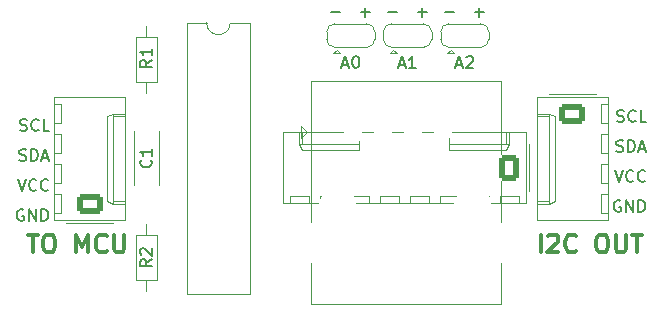
<source format=gto>
G04 #@! TF.GenerationSoftware,KiCad,Pcbnew,7.0.1*
G04 #@! TF.CreationDate,2023-07-05T13:46:03-05:00*
G04 #@! TF.ProjectId,MCP23008 Keypad Breakout,4d435032-3330-4303-9820-4b6579706164,rev?*
G04 #@! TF.SameCoordinates,Original*
G04 #@! TF.FileFunction,Legend,Top*
G04 #@! TF.FilePolarity,Positive*
%FSLAX46Y46*%
G04 Gerber Fmt 4.6, Leading zero omitted, Abs format (unit mm)*
G04 Created by KiCad (PCBNEW 7.0.1) date 2023-07-05 13:46:03*
%MOMM*%
%LPD*%
G01*
G04 APERTURE LIST*
G04 Aperture macros list*
%AMRoundRect*
0 Rectangle with rounded corners*
0 $1 Rounding radius*
0 $2 $3 $4 $5 $6 $7 $8 $9 X,Y pos of 4 corners*
0 Add a 4 corners polygon primitive as box body*
4,1,4,$2,$3,$4,$5,$6,$7,$8,$9,$2,$3,0*
0 Add four circle primitives for the rounded corners*
1,1,$1+$1,$2,$3*
1,1,$1+$1,$4,$5*
1,1,$1+$1,$6,$7*
1,1,$1+$1,$8,$9*
0 Add four rect primitives between the rounded corners*
20,1,$1+$1,$2,$3,$4,$5,0*
20,1,$1+$1,$4,$5,$6,$7,0*
20,1,$1+$1,$6,$7,$8,$9,0*
20,1,$1+$1,$8,$9,$2,$3,0*%
%AMFreePoly0*
4,1,19,0.550000,-0.750000,0.000000,-0.750000,0.000000,-0.744911,-0.071157,-0.744911,-0.207708,-0.704816,-0.327430,-0.627875,-0.420627,-0.520320,-0.479746,-0.390866,-0.500000,-0.250000,-0.500000,0.250000,-0.479746,0.390866,-0.420627,0.520320,-0.327430,0.627875,-0.207708,0.704816,-0.071157,0.744911,0.000000,0.744911,0.000000,0.750000,0.550000,0.750000,0.550000,-0.750000,0.550000,-0.750000,
$1*%
%AMFreePoly1*
4,1,19,0.000000,0.744911,0.071157,0.744911,0.207708,0.704816,0.327430,0.627875,0.420627,0.520320,0.479746,0.390866,0.500000,0.250000,0.500000,-0.250000,0.479746,-0.390866,0.420627,-0.520320,0.327430,-0.627875,0.207708,-0.704816,0.071157,-0.744911,0.000000,-0.744911,0.000000,-0.750000,-0.550000,-0.750000,-0.550000,0.750000,0.000000,0.750000,0.000000,0.744911,0.000000,0.744911,
$1*%
G04 Aperture macros list end*
%ADD10C,0.150000*%
%ADD11C,0.300000*%
%ADD12C,0.120000*%
%ADD13RoundRect,0.250000X-0.845000X0.620000X-0.845000X-0.620000X0.845000X-0.620000X0.845000X0.620000X0*%
%ADD14O,2.190000X1.740000*%
%ADD15C,3.200000*%
%ADD16RoundRect,0.250000X0.620000X0.845000X-0.620000X0.845000X-0.620000X-0.845000X0.620000X-0.845000X0*%
%ADD17O,1.740000X2.190000*%
%ADD18FreePoly0,0.000000*%
%ADD19R,1.000000X1.500000*%
%ADD20FreePoly1,0.000000*%
%ADD21C,1.400000*%
%ADD22O,1.400000X1.400000*%
%ADD23RoundRect,0.250000X0.845000X-0.620000X0.845000X0.620000X-0.845000X0.620000X-0.845000X-0.620000X0*%
%ADD24C,3.250000*%
%ADD25R,1.500000X1.500000*%
%ADD26C,1.500000*%
%ADD27C,3.000000*%
%ADD28R,1.600000X1.600000*%
%ADD29O,1.600000X1.600000*%
%ADD30C,1.600000*%
G04 APERTURE END LIST*
D10*
X174752285Y-122954238D02*
X174657047Y-122906619D01*
X174657047Y-122906619D02*
X174514190Y-122906619D01*
X174514190Y-122906619D02*
X174371333Y-122954238D01*
X174371333Y-122954238D02*
X174276095Y-123049476D01*
X174276095Y-123049476D02*
X174228476Y-123144714D01*
X174228476Y-123144714D02*
X174180857Y-123335190D01*
X174180857Y-123335190D02*
X174180857Y-123478047D01*
X174180857Y-123478047D02*
X174228476Y-123668523D01*
X174228476Y-123668523D02*
X174276095Y-123763761D01*
X174276095Y-123763761D02*
X174371333Y-123859000D01*
X174371333Y-123859000D02*
X174514190Y-123906619D01*
X174514190Y-123906619D02*
X174609428Y-123906619D01*
X174609428Y-123906619D02*
X174752285Y-123859000D01*
X174752285Y-123859000D02*
X174799904Y-123811380D01*
X174799904Y-123811380D02*
X174799904Y-123478047D01*
X174799904Y-123478047D02*
X174609428Y-123478047D01*
X175228476Y-123906619D02*
X175228476Y-122906619D01*
X175228476Y-122906619D02*
X175799904Y-123906619D01*
X175799904Y-123906619D02*
X175799904Y-122906619D01*
X176276095Y-123906619D02*
X176276095Y-122906619D01*
X176276095Y-122906619D02*
X176514190Y-122906619D01*
X176514190Y-122906619D02*
X176657047Y-122954238D01*
X176657047Y-122954238D02*
X176752285Y-123049476D01*
X176752285Y-123049476D02*
X176799904Y-123144714D01*
X176799904Y-123144714D02*
X176847523Y-123335190D01*
X176847523Y-123335190D02*
X176847523Y-123478047D01*
X176847523Y-123478047D02*
X176799904Y-123668523D01*
X176799904Y-123668523D02*
X176752285Y-123763761D01*
X176752285Y-123763761D02*
X176657047Y-123859000D01*
X176657047Y-123859000D02*
X176514190Y-123906619D01*
X176514190Y-123906619D02*
X176276095Y-123906619D01*
X159893048Y-107015666D02*
X160654953Y-107015666D01*
X152781048Y-107015666D02*
X153542953Y-107015666D01*
X153162000Y-107396619D02*
X153162000Y-106634714D01*
X124206285Y-123716238D02*
X124111047Y-123668619D01*
X124111047Y-123668619D02*
X123968190Y-123668619D01*
X123968190Y-123668619D02*
X123825333Y-123716238D01*
X123825333Y-123716238D02*
X123730095Y-123811476D01*
X123730095Y-123811476D02*
X123682476Y-123906714D01*
X123682476Y-123906714D02*
X123634857Y-124097190D01*
X123634857Y-124097190D02*
X123634857Y-124240047D01*
X123634857Y-124240047D02*
X123682476Y-124430523D01*
X123682476Y-124430523D02*
X123730095Y-124525761D01*
X123730095Y-124525761D02*
X123825333Y-124621000D01*
X123825333Y-124621000D02*
X123968190Y-124668619D01*
X123968190Y-124668619D02*
X124063428Y-124668619D01*
X124063428Y-124668619D02*
X124206285Y-124621000D01*
X124206285Y-124621000D02*
X124253904Y-124573380D01*
X124253904Y-124573380D02*
X124253904Y-124240047D01*
X124253904Y-124240047D02*
X124063428Y-124240047D01*
X124682476Y-124668619D02*
X124682476Y-123668619D01*
X124682476Y-123668619D02*
X125253904Y-124668619D01*
X125253904Y-124668619D02*
X125253904Y-123668619D01*
X125730095Y-124668619D02*
X125730095Y-123668619D01*
X125730095Y-123668619D02*
X125968190Y-123668619D01*
X125968190Y-123668619D02*
X126111047Y-123716238D01*
X126111047Y-123716238D02*
X126206285Y-123811476D01*
X126206285Y-123811476D02*
X126253904Y-123906714D01*
X126253904Y-123906714D02*
X126301523Y-124097190D01*
X126301523Y-124097190D02*
X126301523Y-124240047D01*
X126301523Y-124240047D02*
X126253904Y-124430523D01*
X126253904Y-124430523D02*
X126206285Y-124525761D01*
X126206285Y-124525761D02*
X126111047Y-124621000D01*
X126111047Y-124621000D02*
X125968190Y-124668619D01*
X125968190Y-124668619D02*
X125730095Y-124668619D01*
X174466571Y-116239000D02*
X174609428Y-116286619D01*
X174609428Y-116286619D02*
X174847523Y-116286619D01*
X174847523Y-116286619D02*
X174942761Y-116239000D01*
X174942761Y-116239000D02*
X174990380Y-116191380D01*
X174990380Y-116191380D02*
X175037999Y-116096142D01*
X175037999Y-116096142D02*
X175037999Y-116000904D01*
X175037999Y-116000904D02*
X174990380Y-115905666D01*
X174990380Y-115905666D02*
X174942761Y-115858047D01*
X174942761Y-115858047D02*
X174847523Y-115810428D01*
X174847523Y-115810428D02*
X174657047Y-115762809D01*
X174657047Y-115762809D02*
X174561809Y-115715190D01*
X174561809Y-115715190D02*
X174514190Y-115667571D01*
X174514190Y-115667571D02*
X174466571Y-115572333D01*
X174466571Y-115572333D02*
X174466571Y-115477095D01*
X174466571Y-115477095D02*
X174514190Y-115381857D01*
X174514190Y-115381857D02*
X174561809Y-115334238D01*
X174561809Y-115334238D02*
X174657047Y-115286619D01*
X174657047Y-115286619D02*
X174895142Y-115286619D01*
X174895142Y-115286619D02*
X175037999Y-115334238D01*
X176037999Y-116191380D02*
X175990380Y-116239000D01*
X175990380Y-116239000D02*
X175847523Y-116286619D01*
X175847523Y-116286619D02*
X175752285Y-116286619D01*
X175752285Y-116286619D02*
X175609428Y-116239000D01*
X175609428Y-116239000D02*
X175514190Y-116143761D01*
X175514190Y-116143761D02*
X175466571Y-116048523D01*
X175466571Y-116048523D02*
X175418952Y-115858047D01*
X175418952Y-115858047D02*
X175418952Y-115715190D01*
X175418952Y-115715190D02*
X175466571Y-115524714D01*
X175466571Y-115524714D02*
X175514190Y-115429476D01*
X175514190Y-115429476D02*
X175609428Y-115334238D01*
X175609428Y-115334238D02*
X175752285Y-115286619D01*
X175752285Y-115286619D02*
X175847523Y-115286619D01*
X175847523Y-115286619D02*
X175990380Y-115334238D01*
X175990380Y-115334238D02*
X176037999Y-115381857D01*
X176942761Y-116286619D02*
X176466571Y-116286619D01*
X176466571Y-116286619D02*
X176466571Y-115286619D01*
X123872952Y-119541000D02*
X124015809Y-119588619D01*
X124015809Y-119588619D02*
X124253904Y-119588619D01*
X124253904Y-119588619D02*
X124349142Y-119541000D01*
X124349142Y-119541000D02*
X124396761Y-119493380D01*
X124396761Y-119493380D02*
X124444380Y-119398142D01*
X124444380Y-119398142D02*
X124444380Y-119302904D01*
X124444380Y-119302904D02*
X124396761Y-119207666D01*
X124396761Y-119207666D02*
X124349142Y-119160047D01*
X124349142Y-119160047D02*
X124253904Y-119112428D01*
X124253904Y-119112428D02*
X124063428Y-119064809D01*
X124063428Y-119064809D02*
X123968190Y-119017190D01*
X123968190Y-119017190D02*
X123920571Y-118969571D01*
X123920571Y-118969571D02*
X123872952Y-118874333D01*
X123872952Y-118874333D02*
X123872952Y-118779095D01*
X123872952Y-118779095D02*
X123920571Y-118683857D01*
X123920571Y-118683857D02*
X123968190Y-118636238D01*
X123968190Y-118636238D02*
X124063428Y-118588619D01*
X124063428Y-118588619D02*
X124301523Y-118588619D01*
X124301523Y-118588619D02*
X124444380Y-118636238D01*
X124872952Y-119588619D02*
X124872952Y-118588619D01*
X124872952Y-118588619D02*
X125111047Y-118588619D01*
X125111047Y-118588619D02*
X125253904Y-118636238D01*
X125253904Y-118636238D02*
X125349142Y-118731476D01*
X125349142Y-118731476D02*
X125396761Y-118826714D01*
X125396761Y-118826714D02*
X125444380Y-119017190D01*
X125444380Y-119017190D02*
X125444380Y-119160047D01*
X125444380Y-119160047D02*
X125396761Y-119350523D01*
X125396761Y-119350523D02*
X125349142Y-119445761D01*
X125349142Y-119445761D02*
X125253904Y-119541000D01*
X125253904Y-119541000D02*
X125111047Y-119588619D01*
X125111047Y-119588619D02*
X124872952Y-119588619D01*
X125825333Y-119302904D02*
X126301523Y-119302904D01*
X125730095Y-119588619D02*
X126063428Y-118588619D01*
X126063428Y-118588619D02*
X126396761Y-119588619D01*
D11*
X124602857Y-125824428D02*
X125460000Y-125824428D01*
X125031428Y-127324428D02*
X125031428Y-125824428D01*
X126245714Y-125824428D02*
X126531428Y-125824428D01*
X126531428Y-125824428D02*
X126674285Y-125895857D01*
X126674285Y-125895857D02*
X126817142Y-126038714D01*
X126817142Y-126038714D02*
X126888571Y-126324428D01*
X126888571Y-126324428D02*
X126888571Y-126824428D01*
X126888571Y-126824428D02*
X126817142Y-127110142D01*
X126817142Y-127110142D02*
X126674285Y-127253000D01*
X126674285Y-127253000D02*
X126531428Y-127324428D01*
X126531428Y-127324428D02*
X126245714Y-127324428D01*
X126245714Y-127324428D02*
X126102857Y-127253000D01*
X126102857Y-127253000D02*
X125959999Y-127110142D01*
X125959999Y-127110142D02*
X125888571Y-126824428D01*
X125888571Y-126824428D02*
X125888571Y-126324428D01*
X125888571Y-126324428D02*
X125959999Y-126038714D01*
X125959999Y-126038714D02*
X126102857Y-125895857D01*
X126102857Y-125895857D02*
X126245714Y-125824428D01*
X128674285Y-127324428D02*
X128674285Y-125824428D01*
X128674285Y-125824428D02*
X129174285Y-126895857D01*
X129174285Y-126895857D02*
X129674285Y-125824428D01*
X129674285Y-125824428D02*
X129674285Y-127324428D01*
X131245714Y-127181571D02*
X131174286Y-127253000D01*
X131174286Y-127253000D02*
X130960000Y-127324428D01*
X130960000Y-127324428D02*
X130817143Y-127324428D01*
X130817143Y-127324428D02*
X130602857Y-127253000D01*
X130602857Y-127253000D02*
X130460000Y-127110142D01*
X130460000Y-127110142D02*
X130388571Y-126967285D01*
X130388571Y-126967285D02*
X130317143Y-126681571D01*
X130317143Y-126681571D02*
X130317143Y-126467285D01*
X130317143Y-126467285D02*
X130388571Y-126181571D01*
X130388571Y-126181571D02*
X130460000Y-126038714D01*
X130460000Y-126038714D02*
X130602857Y-125895857D01*
X130602857Y-125895857D02*
X130817143Y-125824428D01*
X130817143Y-125824428D02*
X130960000Y-125824428D01*
X130960000Y-125824428D02*
X131174286Y-125895857D01*
X131174286Y-125895857D02*
X131245714Y-125967285D01*
X131888571Y-125824428D02*
X131888571Y-127038714D01*
X131888571Y-127038714D02*
X131960000Y-127181571D01*
X131960000Y-127181571D02*
X132031429Y-127253000D01*
X132031429Y-127253000D02*
X132174286Y-127324428D01*
X132174286Y-127324428D02*
X132460000Y-127324428D01*
X132460000Y-127324428D02*
X132602857Y-127253000D01*
X132602857Y-127253000D02*
X132674286Y-127181571D01*
X132674286Y-127181571D02*
X132745714Y-127038714D01*
X132745714Y-127038714D02*
X132745714Y-125824428D01*
X167997142Y-127324428D02*
X167997142Y-125824428D01*
X168640000Y-125967285D02*
X168711428Y-125895857D01*
X168711428Y-125895857D02*
X168854286Y-125824428D01*
X168854286Y-125824428D02*
X169211428Y-125824428D01*
X169211428Y-125824428D02*
X169354286Y-125895857D01*
X169354286Y-125895857D02*
X169425714Y-125967285D01*
X169425714Y-125967285D02*
X169497143Y-126110142D01*
X169497143Y-126110142D02*
X169497143Y-126253000D01*
X169497143Y-126253000D02*
X169425714Y-126467285D01*
X169425714Y-126467285D02*
X168568571Y-127324428D01*
X168568571Y-127324428D02*
X169497143Y-127324428D01*
X170997142Y-127181571D02*
X170925714Y-127253000D01*
X170925714Y-127253000D02*
X170711428Y-127324428D01*
X170711428Y-127324428D02*
X170568571Y-127324428D01*
X170568571Y-127324428D02*
X170354285Y-127253000D01*
X170354285Y-127253000D02*
X170211428Y-127110142D01*
X170211428Y-127110142D02*
X170139999Y-126967285D01*
X170139999Y-126967285D02*
X170068571Y-126681571D01*
X170068571Y-126681571D02*
X170068571Y-126467285D01*
X170068571Y-126467285D02*
X170139999Y-126181571D01*
X170139999Y-126181571D02*
X170211428Y-126038714D01*
X170211428Y-126038714D02*
X170354285Y-125895857D01*
X170354285Y-125895857D02*
X170568571Y-125824428D01*
X170568571Y-125824428D02*
X170711428Y-125824428D01*
X170711428Y-125824428D02*
X170925714Y-125895857D01*
X170925714Y-125895857D02*
X170997142Y-125967285D01*
X173068571Y-125824428D02*
X173354285Y-125824428D01*
X173354285Y-125824428D02*
X173497142Y-125895857D01*
X173497142Y-125895857D02*
X173639999Y-126038714D01*
X173639999Y-126038714D02*
X173711428Y-126324428D01*
X173711428Y-126324428D02*
X173711428Y-126824428D01*
X173711428Y-126824428D02*
X173639999Y-127110142D01*
X173639999Y-127110142D02*
X173497142Y-127253000D01*
X173497142Y-127253000D02*
X173354285Y-127324428D01*
X173354285Y-127324428D02*
X173068571Y-127324428D01*
X173068571Y-127324428D02*
X172925714Y-127253000D01*
X172925714Y-127253000D02*
X172782856Y-127110142D01*
X172782856Y-127110142D02*
X172711428Y-126824428D01*
X172711428Y-126824428D02*
X172711428Y-126324428D01*
X172711428Y-126324428D02*
X172782856Y-126038714D01*
X172782856Y-126038714D02*
X172925714Y-125895857D01*
X172925714Y-125895857D02*
X173068571Y-125824428D01*
X174354285Y-125824428D02*
X174354285Y-127038714D01*
X174354285Y-127038714D02*
X174425714Y-127181571D01*
X174425714Y-127181571D02*
X174497143Y-127253000D01*
X174497143Y-127253000D02*
X174640000Y-127324428D01*
X174640000Y-127324428D02*
X174925714Y-127324428D01*
X174925714Y-127324428D02*
X175068571Y-127253000D01*
X175068571Y-127253000D02*
X175140000Y-127181571D01*
X175140000Y-127181571D02*
X175211428Y-127038714D01*
X175211428Y-127038714D02*
X175211428Y-125824428D01*
X175711429Y-125824428D02*
X176568572Y-125824428D01*
X176140000Y-127324428D02*
X176140000Y-125824428D01*
D10*
X123920571Y-117001000D02*
X124063428Y-117048619D01*
X124063428Y-117048619D02*
X124301523Y-117048619D01*
X124301523Y-117048619D02*
X124396761Y-117001000D01*
X124396761Y-117001000D02*
X124444380Y-116953380D01*
X124444380Y-116953380D02*
X124491999Y-116858142D01*
X124491999Y-116858142D02*
X124491999Y-116762904D01*
X124491999Y-116762904D02*
X124444380Y-116667666D01*
X124444380Y-116667666D02*
X124396761Y-116620047D01*
X124396761Y-116620047D02*
X124301523Y-116572428D01*
X124301523Y-116572428D02*
X124111047Y-116524809D01*
X124111047Y-116524809D02*
X124015809Y-116477190D01*
X124015809Y-116477190D02*
X123968190Y-116429571D01*
X123968190Y-116429571D02*
X123920571Y-116334333D01*
X123920571Y-116334333D02*
X123920571Y-116239095D01*
X123920571Y-116239095D02*
X123968190Y-116143857D01*
X123968190Y-116143857D02*
X124015809Y-116096238D01*
X124015809Y-116096238D02*
X124111047Y-116048619D01*
X124111047Y-116048619D02*
X124349142Y-116048619D01*
X124349142Y-116048619D02*
X124491999Y-116096238D01*
X125491999Y-116953380D02*
X125444380Y-117001000D01*
X125444380Y-117001000D02*
X125301523Y-117048619D01*
X125301523Y-117048619D02*
X125206285Y-117048619D01*
X125206285Y-117048619D02*
X125063428Y-117001000D01*
X125063428Y-117001000D02*
X124968190Y-116905761D01*
X124968190Y-116905761D02*
X124920571Y-116810523D01*
X124920571Y-116810523D02*
X124872952Y-116620047D01*
X124872952Y-116620047D02*
X124872952Y-116477190D01*
X124872952Y-116477190D02*
X124920571Y-116286714D01*
X124920571Y-116286714D02*
X124968190Y-116191476D01*
X124968190Y-116191476D02*
X125063428Y-116096238D01*
X125063428Y-116096238D02*
X125206285Y-116048619D01*
X125206285Y-116048619D02*
X125301523Y-116048619D01*
X125301523Y-116048619D02*
X125444380Y-116096238D01*
X125444380Y-116096238D02*
X125491999Y-116143857D01*
X126396761Y-117048619D02*
X125920571Y-117048619D01*
X125920571Y-117048619D02*
X125920571Y-116048619D01*
X157607048Y-107015666D02*
X158368953Y-107015666D01*
X157988000Y-107396619D02*
X157988000Y-106634714D01*
X155067048Y-107015666D02*
X155828953Y-107015666D01*
X123730095Y-121128619D02*
X124063428Y-122128619D01*
X124063428Y-122128619D02*
X124396761Y-121128619D01*
X125301523Y-122033380D02*
X125253904Y-122081000D01*
X125253904Y-122081000D02*
X125111047Y-122128619D01*
X125111047Y-122128619D02*
X125015809Y-122128619D01*
X125015809Y-122128619D02*
X124872952Y-122081000D01*
X124872952Y-122081000D02*
X124777714Y-121985761D01*
X124777714Y-121985761D02*
X124730095Y-121890523D01*
X124730095Y-121890523D02*
X124682476Y-121700047D01*
X124682476Y-121700047D02*
X124682476Y-121557190D01*
X124682476Y-121557190D02*
X124730095Y-121366714D01*
X124730095Y-121366714D02*
X124777714Y-121271476D01*
X124777714Y-121271476D02*
X124872952Y-121176238D01*
X124872952Y-121176238D02*
X125015809Y-121128619D01*
X125015809Y-121128619D02*
X125111047Y-121128619D01*
X125111047Y-121128619D02*
X125253904Y-121176238D01*
X125253904Y-121176238D02*
X125301523Y-121223857D01*
X126301523Y-122033380D02*
X126253904Y-122081000D01*
X126253904Y-122081000D02*
X126111047Y-122128619D01*
X126111047Y-122128619D02*
X126015809Y-122128619D01*
X126015809Y-122128619D02*
X125872952Y-122081000D01*
X125872952Y-122081000D02*
X125777714Y-121985761D01*
X125777714Y-121985761D02*
X125730095Y-121890523D01*
X125730095Y-121890523D02*
X125682476Y-121700047D01*
X125682476Y-121700047D02*
X125682476Y-121557190D01*
X125682476Y-121557190D02*
X125730095Y-121366714D01*
X125730095Y-121366714D02*
X125777714Y-121271476D01*
X125777714Y-121271476D02*
X125872952Y-121176238D01*
X125872952Y-121176238D02*
X126015809Y-121128619D01*
X126015809Y-121128619D02*
X126111047Y-121128619D01*
X126111047Y-121128619D02*
X126253904Y-121176238D01*
X126253904Y-121176238D02*
X126301523Y-121223857D01*
X174418952Y-118779000D02*
X174561809Y-118826619D01*
X174561809Y-118826619D02*
X174799904Y-118826619D01*
X174799904Y-118826619D02*
X174895142Y-118779000D01*
X174895142Y-118779000D02*
X174942761Y-118731380D01*
X174942761Y-118731380D02*
X174990380Y-118636142D01*
X174990380Y-118636142D02*
X174990380Y-118540904D01*
X174990380Y-118540904D02*
X174942761Y-118445666D01*
X174942761Y-118445666D02*
X174895142Y-118398047D01*
X174895142Y-118398047D02*
X174799904Y-118350428D01*
X174799904Y-118350428D02*
X174609428Y-118302809D01*
X174609428Y-118302809D02*
X174514190Y-118255190D01*
X174514190Y-118255190D02*
X174466571Y-118207571D01*
X174466571Y-118207571D02*
X174418952Y-118112333D01*
X174418952Y-118112333D02*
X174418952Y-118017095D01*
X174418952Y-118017095D02*
X174466571Y-117921857D01*
X174466571Y-117921857D02*
X174514190Y-117874238D01*
X174514190Y-117874238D02*
X174609428Y-117826619D01*
X174609428Y-117826619D02*
X174847523Y-117826619D01*
X174847523Y-117826619D02*
X174990380Y-117874238D01*
X175418952Y-118826619D02*
X175418952Y-117826619D01*
X175418952Y-117826619D02*
X175657047Y-117826619D01*
X175657047Y-117826619D02*
X175799904Y-117874238D01*
X175799904Y-117874238D02*
X175895142Y-117969476D01*
X175895142Y-117969476D02*
X175942761Y-118064714D01*
X175942761Y-118064714D02*
X175990380Y-118255190D01*
X175990380Y-118255190D02*
X175990380Y-118398047D01*
X175990380Y-118398047D02*
X175942761Y-118588523D01*
X175942761Y-118588523D02*
X175895142Y-118683761D01*
X175895142Y-118683761D02*
X175799904Y-118779000D01*
X175799904Y-118779000D02*
X175657047Y-118826619D01*
X175657047Y-118826619D02*
X175418952Y-118826619D01*
X176371333Y-118540904D02*
X176847523Y-118540904D01*
X176276095Y-118826619D02*
X176609428Y-117826619D01*
X176609428Y-117826619D02*
X176942761Y-118826619D01*
X174276095Y-120366619D02*
X174609428Y-121366619D01*
X174609428Y-121366619D02*
X174942761Y-120366619D01*
X175847523Y-121271380D02*
X175799904Y-121319000D01*
X175799904Y-121319000D02*
X175657047Y-121366619D01*
X175657047Y-121366619D02*
X175561809Y-121366619D01*
X175561809Y-121366619D02*
X175418952Y-121319000D01*
X175418952Y-121319000D02*
X175323714Y-121223761D01*
X175323714Y-121223761D02*
X175276095Y-121128523D01*
X175276095Y-121128523D02*
X175228476Y-120938047D01*
X175228476Y-120938047D02*
X175228476Y-120795190D01*
X175228476Y-120795190D02*
X175276095Y-120604714D01*
X175276095Y-120604714D02*
X175323714Y-120509476D01*
X175323714Y-120509476D02*
X175418952Y-120414238D01*
X175418952Y-120414238D02*
X175561809Y-120366619D01*
X175561809Y-120366619D02*
X175657047Y-120366619D01*
X175657047Y-120366619D02*
X175799904Y-120414238D01*
X175799904Y-120414238D02*
X175847523Y-120461857D01*
X176847523Y-121271380D02*
X176799904Y-121319000D01*
X176799904Y-121319000D02*
X176657047Y-121366619D01*
X176657047Y-121366619D02*
X176561809Y-121366619D01*
X176561809Y-121366619D02*
X176418952Y-121319000D01*
X176418952Y-121319000D02*
X176323714Y-121223761D01*
X176323714Y-121223761D02*
X176276095Y-121128523D01*
X176276095Y-121128523D02*
X176228476Y-120938047D01*
X176228476Y-120938047D02*
X176228476Y-120795190D01*
X176228476Y-120795190D02*
X176276095Y-120604714D01*
X176276095Y-120604714D02*
X176323714Y-120509476D01*
X176323714Y-120509476D02*
X176418952Y-120414238D01*
X176418952Y-120414238D02*
X176561809Y-120366619D01*
X176561809Y-120366619D02*
X176657047Y-120366619D01*
X176657047Y-120366619D02*
X176799904Y-120414238D01*
X176799904Y-120414238D02*
X176847523Y-120461857D01*
X150241048Y-107015666D02*
X151002953Y-107015666D01*
X162433048Y-107015666D02*
X163194953Y-107015666D01*
X162814000Y-107396619D02*
X162814000Y-106634714D01*
X160859714Y-111428904D02*
X161335904Y-111428904D01*
X160764476Y-111714619D02*
X161097809Y-110714619D01*
X161097809Y-110714619D02*
X161431142Y-111714619D01*
X161716857Y-110809857D02*
X161764476Y-110762238D01*
X161764476Y-110762238D02*
X161859714Y-110714619D01*
X161859714Y-110714619D02*
X162097809Y-110714619D01*
X162097809Y-110714619D02*
X162193047Y-110762238D01*
X162193047Y-110762238D02*
X162240666Y-110809857D01*
X162240666Y-110809857D02*
X162288285Y-110905095D01*
X162288285Y-110905095D02*
X162288285Y-111000333D01*
X162288285Y-111000333D02*
X162240666Y-111143190D01*
X162240666Y-111143190D02*
X161669238Y-111714619D01*
X161669238Y-111714619D02*
X162288285Y-111714619D01*
X135082619Y-127928666D02*
X134606428Y-128261999D01*
X135082619Y-128500094D02*
X134082619Y-128500094D01*
X134082619Y-128500094D02*
X134082619Y-128119142D01*
X134082619Y-128119142D02*
X134130238Y-128023904D01*
X134130238Y-128023904D02*
X134177857Y-127976285D01*
X134177857Y-127976285D02*
X134273095Y-127928666D01*
X134273095Y-127928666D02*
X134415952Y-127928666D01*
X134415952Y-127928666D02*
X134511190Y-127976285D01*
X134511190Y-127976285D02*
X134558809Y-128023904D01*
X134558809Y-128023904D02*
X134606428Y-128119142D01*
X134606428Y-128119142D02*
X134606428Y-128500094D01*
X134177857Y-127547713D02*
X134130238Y-127500094D01*
X134130238Y-127500094D02*
X134082619Y-127404856D01*
X134082619Y-127404856D02*
X134082619Y-127166761D01*
X134082619Y-127166761D02*
X134130238Y-127071523D01*
X134130238Y-127071523D02*
X134177857Y-127023904D01*
X134177857Y-127023904D02*
X134273095Y-126976285D01*
X134273095Y-126976285D02*
X134368333Y-126976285D01*
X134368333Y-126976285D02*
X134511190Y-127023904D01*
X134511190Y-127023904D02*
X135082619Y-127595332D01*
X135082619Y-127595332D02*
X135082619Y-126976285D01*
X151207714Y-111428904D02*
X151683904Y-111428904D01*
X151112476Y-111714619D02*
X151445809Y-110714619D01*
X151445809Y-110714619D02*
X151779142Y-111714619D01*
X152302952Y-110714619D02*
X152398190Y-110714619D01*
X152398190Y-110714619D02*
X152493428Y-110762238D01*
X152493428Y-110762238D02*
X152541047Y-110809857D01*
X152541047Y-110809857D02*
X152588666Y-110905095D01*
X152588666Y-110905095D02*
X152636285Y-111095571D01*
X152636285Y-111095571D02*
X152636285Y-111333666D01*
X152636285Y-111333666D02*
X152588666Y-111524142D01*
X152588666Y-111524142D02*
X152541047Y-111619380D01*
X152541047Y-111619380D02*
X152493428Y-111667000D01*
X152493428Y-111667000D02*
X152398190Y-111714619D01*
X152398190Y-111714619D02*
X152302952Y-111714619D01*
X152302952Y-111714619D02*
X152207714Y-111667000D01*
X152207714Y-111667000D02*
X152160095Y-111619380D01*
X152160095Y-111619380D02*
X152112476Y-111524142D01*
X152112476Y-111524142D02*
X152064857Y-111333666D01*
X152064857Y-111333666D02*
X152064857Y-111095571D01*
X152064857Y-111095571D02*
X152112476Y-110905095D01*
X152112476Y-110905095D02*
X152160095Y-110809857D01*
X152160095Y-110809857D02*
X152207714Y-110762238D01*
X152207714Y-110762238D02*
X152302952Y-110714619D01*
X135082619Y-111037666D02*
X134606428Y-111370999D01*
X135082619Y-111609094D02*
X134082619Y-111609094D01*
X134082619Y-111609094D02*
X134082619Y-111228142D01*
X134082619Y-111228142D02*
X134130238Y-111132904D01*
X134130238Y-111132904D02*
X134177857Y-111085285D01*
X134177857Y-111085285D02*
X134273095Y-111037666D01*
X134273095Y-111037666D02*
X134415952Y-111037666D01*
X134415952Y-111037666D02*
X134511190Y-111085285D01*
X134511190Y-111085285D02*
X134558809Y-111132904D01*
X134558809Y-111132904D02*
X134606428Y-111228142D01*
X134606428Y-111228142D02*
X134606428Y-111609094D01*
X135082619Y-110085285D02*
X135082619Y-110656713D01*
X135082619Y-110370999D02*
X134082619Y-110370999D01*
X134082619Y-110370999D02*
X134225476Y-110466237D01*
X134225476Y-110466237D02*
X134320714Y-110561475D01*
X134320714Y-110561475D02*
X134368333Y-110656713D01*
X156003714Y-111428904D02*
X156479904Y-111428904D01*
X155908476Y-111714619D02*
X156241809Y-110714619D01*
X156241809Y-110714619D02*
X156575142Y-111714619D01*
X157432285Y-111714619D02*
X156860857Y-111714619D01*
X157146571Y-111714619D02*
X157146571Y-110714619D01*
X157146571Y-110714619D02*
X157051333Y-110857476D01*
X157051333Y-110857476D02*
X156956095Y-110952714D01*
X156956095Y-110952714D02*
X156860857Y-111000333D01*
X134987380Y-119506666D02*
X135035000Y-119554285D01*
X135035000Y-119554285D02*
X135082619Y-119697142D01*
X135082619Y-119697142D02*
X135082619Y-119792380D01*
X135082619Y-119792380D02*
X135035000Y-119935237D01*
X135035000Y-119935237D02*
X134939761Y-120030475D01*
X134939761Y-120030475D02*
X134844523Y-120078094D01*
X134844523Y-120078094D02*
X134654047Y-120125713D01*
X134654047Y-120125713D02*
X134511190Y-120125713D01*
X134511190Y-120125713D02*
X134320714Y-120078094D01*
X134320714Y-120078094D02*
X134225476Y-120030475D01*
X134225476Y-120030475D02*
X134130238Y-119935237D01*
X134130238Y-119935237D02*
X134082619Y-119792380D01*
X134082619Y-119792380D02*
X134082619Y-119697142D01*
X134082619Y-119697142D02*
X134130238Y-119554285D01*
X134130238Y-119554285D02*
X134177857Y-119506666D01*
X135082619Y-118554285D02*
X135082619Y-119125713D01*
X135082619Y-118839999D02*
X134082619Y-118839999D01*
X134082619Y-118839999D02*
X134225476Y-118935237D01*
X134225476Y-118935237D02*
X134320714Y-119030475D01*
X134320714Y-119030475D02*
X134368333Y-119125713D01*
D12*
X172688000Y-113900000D02*
X168688000Y-113900000D01*
X173718000Y-114190000D02*
X167698000Y-114190000D01*
X167698000Y-114190000D02*
X167698000Y-124570000D01*
X173718000Y-114770000D02*
X173118000Y-114770000D01*
X173118000Y-114770000D02*
X173118000Y-116370000D01*
X168698000Y-115570000D02*
X169228000Y-115820000D01*
X168698000Y-115570000D02*
X168698000Y-123190000D01*
X167698000Y-115570000D02*
X168698000Y-115570000D01*
X169228000Y-115820000D02*
X169228000Y-122940000D01*
X167698000Y-115820000D02*
X168698000Y-115820000D01*
X173118000Y-116370000D02*
X173718000Y-116370000D01*
X173718000Y-117310000D02*
X173118000Y-117310000D01*
X173118000Y-117310000D02*
X173118000Y-118910000D01*
X173118000Y-118910000D02*
X173718000Y-118910000D01*
X173718000Y-119850000D02*
X173118000Y-119850000D01*
X173118000Y-119850000D02*
X173118000Y-121450000D01*
X173118000Y-121450000D02*
X173718000Y-121450000D01*
X173718000Y-122390000D02*
X173118000Y-122390000D01*
X173118000Y-122390000D02*
X173118000Y-123990000D01*
X169228000Y-122940000D02*
X168698000Y-123190000D01*
X167698000Y-122940000D02*
X168698000Y-122940000D01*
X168698000Y-123190000D02*
X167698000Y-123190000D01*
X173118000Y-123990000D02*
X173718000Y-123990000D01*
X173718000Y-124570000D02*
X173718000Y-114190000D01*
X167698000Y-124570000D02*
X173718000Y-124570000D01*
X167024000Y-122142000D02*
X167024000Y-118142000D01*
X166734000Y-123172000D02*
X166734000Y-117152000D01*
X166734000Y-117152000D02*
X146194000Y-117152000D01*
X166154000Y-123172000D02*
X166154000Y-122572000D01*
X166154000Y-122572000D02*
X164554000Y-122572000D01*
X165354000Y-118152000D02*
X165104000Y-118682000D01*
X165354000Y-118152000D02*
X160274000Y-118152000D01*
X165354000Y-117152000D02*
X165354000Y-118152000D01*
X165104000Y-118682000D02*
X160274000Y-118682000D01*
X165104000Y-117152000D02*
X165104000Y-118152000D01*
X164554000Y-122572000D02*
X164554000Y-123172000D01*
X163614000Y-123172000D02*
X163614000Y-122572000D01*
X163614000Y-122572000D02*
X162014000Y-122572000D01*
X162014000Y-122572000D02*
X162014000Y-123172000D01*
X161074000Y-123172000D02*
X161074000Y-122572000D01*
X161074000Y-122572000D02*
X159474000Y-122572000D01*
X160274000Y-118682000D02*
X160274000Y-118152000D01*
X160274000Y-118152000D02*
X160274000Y-117152000D01*
X159474000Y-122572000D02*
X159474000Y-123172000D01*
X158534000Y-123172000D02*
X158534000Y-122572000D01*
X158534000Y-122572000D02*
X156934000Y-122572000D01*
X156934000Y-122572000D02*
X156934000Y-123172000D01*
X155994000Y-123172000D02*
X155994000Y-122572000D01*
X155994000Y-122572000D02*
X154394000Y-122572000D01*
X154394000Y-122572000D02*
X154394000Y-123172000D01*
X153454000Y-123172000D02*
X153454000Y-122572000D01*
X153454000Y-122572000D02*
X151854000Y-122572000D01*
X152654000Y-118682000D02*
X152654000Y-118152000D01*
X152654000Y-118152000D02*
X152654000Y-117152000D01*
X151854000Y-122572000D02*
X151854000Y-123172000D01*
X150914000Y-123172000D02*
X150914000Y-122572000D01*
X150914000Y-122572000D02*
X149314000Y-122572000D01*
X149314000Y-122572000D02*
X149314000Y-123172000D01*
X148374000Y-123172000D02*
X148374000Y-122572000D01*
X148374000Y-122572000D02*
X146774000Y-122572000D01*
X147824000Y-118682000D02*
X152654000Y-118682000D01*
X147824000Y-117152000D02*
X147824000Y-118152000D01*
X147574000Y-118152000D02*
X152654000Y-118152000D01*
X147574000Y-118152000D02*
X147824000Y-118682000D01*
X147574000Y-117152000D02*
X147574000Y-118152000D01*
X146774000Y-122572000D02*
X146774000Y-123172000D01*
X146194000Y-123172000D02*
X166734000Y-123172000D01*
X146194000Y-117152000D02*
X146194000Y-123172000D01*
X159524000Y-109266000D02*
X159524000Y-108666000D01*
X160074000Y-110466000D02*
X160674000Y-110466000D01*
X160174000Y-107966000D02*
X162974000Y-107966000D01*
X160374000Y-110166000D02*
X160074000Y-110466000D01*
X160374000Y-110166000D02*
X160674000Y-110466000D01*
X162974000Y-109966000D02*
X160174000Y-109966000D01*
X163624000Y-108666000D02*
X163624000Y-109266000D01*
X160224000Y-107966000D02*
G75*
G03*
X159524000Y-108666000I-1J-699999D01*
G01*
X159524000Y-109266000D02*
G75*
G03*
X160224000Y-109966000I699999J-1D01*
G01*
X163624000Y-108666000D02*
G75*
G03*
X162924000Y-107966000I-700000J0D01*
G01*
X162924000Y-109966000D02*
G75*
G03*
X163624000Y-109266000I0J700000D01*
G01*
X134620000Y-130632000D02*
X134620000Y-129682000D01*
X133700000Y-129682000D02*
X135540000Y-129682000D01*
X135540000Y-129682000D02*
X135540000Y-125842000D01*
X133700000Y-125842000D02*
X133700000Y-129682000D01*
X135540000Y-125842000D02*
X133700000Y-125842000D01*
X134620000Y-124892000D02*
X134620000Y-125842000D01*
X149872000Y-109266000D02*
X149872000Y-108666000D01*
X150422000Y-110466000D02*
X151022000Y-110466000D01*
X150522000Y-107966000D02*
X153322000Y-107966000D01*
X150722000Y-110166000D02*
X150422000Y-110466000D01*
X150722000Y-110166000D02*
X151022000Y-110466000D01*
X153322000Y-109966000D02*
X150522000Y-109966000D01*
X153972000Y-108666000D02*
X153972000Y-109266000D01*
X150572000Y-107966000D02*
G75*
G03*
X149872000Y-108666000I-1J-699999D01*
G01*
X149872000Y-109266000D02*
G75*
G03*
X150572000Y-109966000I699999J-1D01*
G01*
X153972000Y-108666000D02*
G75*
G03*
X153272000Y-107966000I-700000J0D01*
G01*
X153272000Y-109966000D02*
G75*
G03*
X153972000Y-109266000I0J700000D01*
G01*
X127814000Y-124860000D02*
X131814000Y-124860000D01*
X126784000Y-124570000D02*
X132804000Y-124570000D01*
X132804000Y-124570000D02*
X132804000Y-114190000D01*
X126784000Y-123990000D02*
X127384000Y-123990000D01*
X127384000Y-123990000D02*
X127384000Y-122390000D01*
X131804000Y-123190000D02*
X131274000Y-122940000D01*
X131804000Y-123190000D02*
X131804000Y-115570000D01*
X132804000Y-123190000D02*
X131804000Y-123190000D01*
X131274000Y-122940000D02*
X131274000Y-115820000D01*
X132804000Y-122940000D02*
X131804000Y-122940000D01*
X127384000Y-122390000D02*
X126784000Y-122390000D01*
X126784000Y-121450000D02*
X127384000Y-121450000D01*
X127384000Y-121450000D02*
X127384000Y-119850000D01*
X127384000Y-119850000D02*
X126784000Y-119850000D01*
X126784000Y-118910000D02*
X127384000Y-118910000D01*
X127384000Y-118910000D02*
X127384000Y-117310000D01*
X127384000Y-117310000D02*
X126784000Y-117310000D01*
X126784000Y-116370000D02*
X127384000Y-116370000D01*
X127384000Y-116370000D02*
X127384000Y-114770000D01*
X131274000Y-115820000D02*
X131804000Y-115570000D01*
X132804000Y-115820000D02*
X131804000Y-115820000D01*
X131804000Y-115570000D02*
X132804000Y-115570000D01*
X127384000Y-114770000D02*
X126784000Y-114770000D01*
X126784000Y-114190000D02*
X126784000Y-124570000D01*
X132804000Y-114190000D02*
X126784000Y-114190000D01*
X147705000Y-116586000D02*
X147705000Y-117602000D01*
X147705000Y-117602000D02*
X148213000Y-117094000D01*
X148213000Y-117094000D02*
X147705000Y-116586000D01*
X148581000Y-112814000D02*
X148581000Y-124744000D01*
X148581000Y-128244000D02*
X148581000Y-131684000D01*
X164601000Y-112814000D02*
X148581000Y-112814000D01*
X164601000Y-112814000D02*
X164601000Y-124744000D01*
X164601000Y-128244000D02*
X164601000Y-131684000D01*
X164601000Y-131684000D02*
X148581000Y-131684000D01*
X134620000Y-113868000D02*
X134620000Y-112918000D01*
X133700000Y-112918000D02*
X135540000Y-112918000D01*
X135540000Y-112918000D02*
X135540000Y-109078000D01*
X133700000Y-109078000D02*
X133700000Y-112918000D01*
X135540000Y-109078000D02*
X133700000Y-109078000D01*
X134620000Y-108128000D02*
X134620000Y-109078000D01*
X154668000Y-109266000D02*
X154668000Y-108666000D01*
X155218000Y-110466000D02*
X155818000Y-110466000D01*
X155318000Y-107966000D02*
X158118000Y-107966000D01*
X155518000Y-110166000D02*
X155218000Y-110466000D01*
X155518000Y-110166000D02*
X155818000Y-110466000D01*
X158118000Y-109966000D02*
X155318000Y-109966000D01*
X158768000Y-108666000D02*
X158768000Y-109266000D01*
X155368000Y-107966000D02*
G75*
G03*
X154668000Y-108666000I-1J-699999D01*
G01*
X154668000Y-109266000D02*
G75*
G03*
X155368000Y-109966000I699999J-1D01*
G01*
X158768000Y-108666000D02*
G75*
G03*
X158068000Y-107966000I-700000J0D01*
G01*
X158068000Y-109966000D02*
G75*
G03*
X158768000Y-109266000I0J700000D01*
G01*
X138066000Y-107890000D02*
X138066000Y-130870000D01*
X138066000Y-130870000D02*
X143366000Y-130870000D01*
X139716000Y-107890000D02*
X138066000Y-107890000D01*
X143366000Y-107890000D02*
X141716000Y-107890000D01*
X143366000Y-130870000D02*
X143366000Y-107890000D01*
X139716000Y-107890000D02*
G75*
G03*
X141716000Y-107890000I1000000J0D01*
G01*
X133550000Y-121610000D02*
X133565000Y-121610000D01*
X133550000Y-121610000D02*
X133550000Y-117070000D01*
X135675000Y-121610000D02*
X135690000Y-121610000D01*
X135690000Y-121610000D02*
X135690000Y-117070000D01*
X133550000Y-117070000D02*
X133565000Y-117070000D01*
X135675000Y-117070000D02*
X135690000Y-117070000D01*
%LPC*%
D13*
X170688000Y-115570000D03*
D14*
X170688000Y-118110000D03*
X170688000Y-120650000D03*
X170688000Y-123190000D03*
D15*
X173736000Y-109220000D03*
D16*
X165354000Y-120142000D03*
D17*
X162814000Y-120142000D03*
X160274000Y-120142000D03*
X157734000Y-120142000D03*
X155194000Y-120142000D03*
X152654000Y-120142000D03*
X150114000Y-120142000D03*
X147574000Y-120142000D03*
D18*
X160274000Y-108966000D03*
D19*
X161574000Y-108966000D03*
D20*
X162874000Y-108966000D03*
D21*
X134620000Y-131572000D03*
D22*
X134620000Y-123952000D03*
D15*
X173736000Y-129540000D03*
X127254000Y-129540000D03*
D18*
X150622000Y-108966000D03*
D19*
X151922000Y-108966000D03*
D20*
X153222000Y-108966000D03*
D23*
X129814000Y-123190000D03*
D14*
X129814000Y-120650000D03*
X129814000Y-118110000D03*
X129814000Y-115570000D03*
D24*
X150876000Y-123444000D03*
X162306000Y-123444000D03*
D25*
X152146000Y-117094000D03*
D26*
X153416000Y-114554000D03*
X154686000Y-117094000D03*
X155956000Y-114554000D03*
X157226000Y-117094000D03*
X158496000Y-114554000D03*
X159766000Y-117094000D03*
X161036000Y-114554000D03*
D27*
X148821000Y-126494000D03*
X164361000Y-126494000D03*
D21*
X134620000Y-114808000D03*
D22*
X134620000Y-107188000D03*
D18*
X155418000Y-108966000D03*
D19*
X156718000Y-108966000D03*
D20*
X158018000Y-108966000D03*
D15*
X127254000Y-109220000D03*
D28*
X136906000Y-109220000D03*
D29*
X136906000Y-111760000D03*
X136906000Y-114300000D03*
X136906000Y-116840000D03*
X136906000Y-119380000D03*
X136906000Y-121920000D03*
X136906000Y-124460000D03*
X136906000Y-127000000D03*
X136906000Y-129540000D03*
X144526000Y-129540000D03*
X144526000Y-127000000D03*
X144526000Y-124460000D03*
X144526000Y-121920000D03*
X144526000Y-119380000D03*
X144526000Y-116840000D03*
X144526000Y-114300000D03*
X144526000Y-111760000D03*
X144526000Y-109220000D03*
D30*
X134620000Y-121840000D03*
X134620000Y-116840000D03*
M02*

</source>
